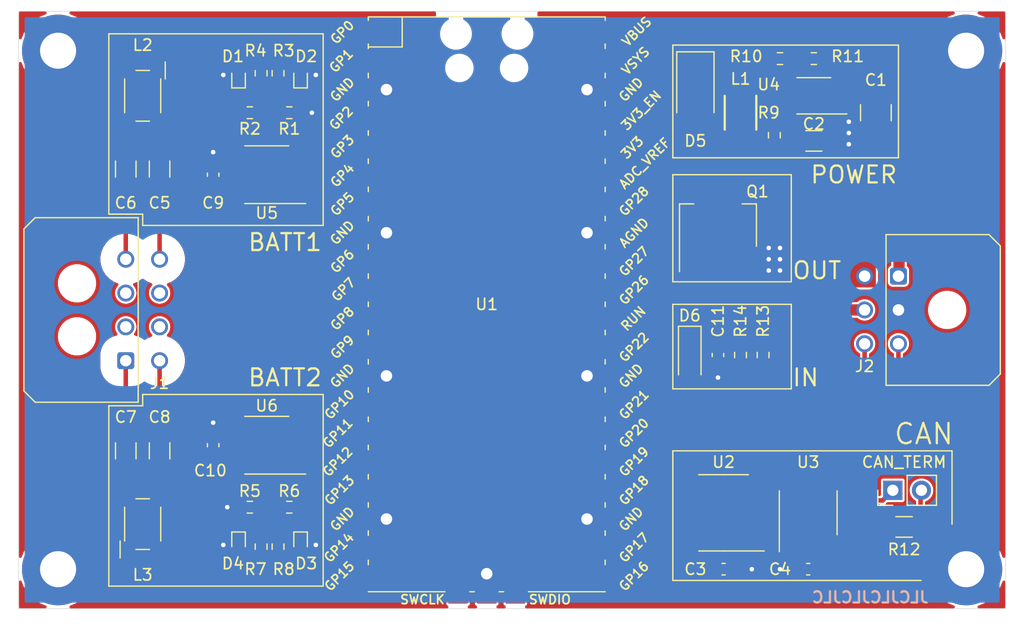
<source format=kicad_pcb>
(kicad_pcb (version 20171130) (host pcbnew 5.1.12-84ad8e8a86~92~ubuntu20.04.1)
  (layers (0 F.Cu signal) (31 B.Cu signal) (34 B.Paste user) (35 F.Paste user) (36 B.SilkS user) (37 F.SilkS user) (38 B.Mask user) (39 F.Mask user) (44 Edge.Cuts user))
  (net 0 "")
  (net 1 GND)
  (net 2 SPI_MISO)
  (net 3 SPI_CS)
  (net 4 SPI_CLK)
  (net 5 SPI_MOSI)
  (net 6 8Mhz)
  (net 7 CAN_INT)
  (net 8 +3V3)
  (net 9 RXCAN)
  (net 10 TXCAN)
  (net 11 +5V)
  (net 12 "Net-(D1-Pad1)")
  (net 13 +12V)
  (net 14 CANL)
  (net 15 CANH)
  (net 16 "Net-(J4-Pad2)")
  (net 17 "Net-(L1-Pad2)")
  (net 18 "Net-(D5-Pad1)")
  (net 19 "Net-(R9-Pad1)")
  (net 20 "Net-(R10-Pad2)")
  (net 21 "Net-(C5-Pad2)")
  (net 22 B1-)
  (net 23 "Net-(C6-Pad2)")
  (net 24 B1+)
  (net 25 "Net-(D2-Pad1)")
  (net 26 "Net-(L2-Pad2)")
  (net 27 "Net-(L2-Pad1)")
  (net 28 "Net-(C7-Pad2)")
  (net 29 B2-)
  (net 30 "Net-(C8-Pad2)")
  (net 31 B2+)
  (net 32 "Net-(D3-Pad1)")
  (net 33 "Net-(D4-Pad1)")
  (net 34 "Net-(L3-Pad2)")
  (net 35 "Net-(L3-Pad1)")
  (net 36 RXD_2)
  (net 37 RXE_2)
  (net 38 TXE_2)
  (net 39 TXD_2)
  (net 40 RXD_1)
  (net 41 RXE_1)
  (net 42 TXE_1)
  (net 43 TXD_1)
  (net 44 IN1)
  (net 45 OUT1)
  (net 46 OUT12_1)
  (net 47 IN12_1)
  (net 48 Rs)
  (module footprints:RPi_Pico_SMD_TH (layer F.Cu) (at 130.5 88)
    (fp_text reference U1 (at 0 0) (layer F.SilkS))
    (fp_text value Pico)
    (fp_text user SWDIO (at 5.6 26.2) (layer F.SilkS) (effects (font (size 0.8 0.8))))
    (fp_text user SWCLK (at -5.7 26.2) (layer F.SilkS) (effects (font (size 0.8 0.8))))
    (fp_text user AGND (at 13.054 -6.35 45) (layer F.SilkS) (effects (font (size 0.8 0.8))))
    (fp_text user GND (at 12.8 -19.05 45) (layer F.SilkS) (effects (font (size 0.8 0.8))))
    (fp_text user GND (at 12.8 6.35 45) (layer F.SilkS) (effects (font (size 0.8 0.8))))
    (fp_text user GND (at 12.8 19.05 45) (layer F.SilkS) (effects (font (size 0.8 0.8))))
    (fp_text user GND (at -12.8 19.05 45) (layer F.SilkS) (effects (font (size 0.8 0.8))))
    (fp_text user GND (at -12.8 6.35 45) (layer F.SilkS) (effects (font (size 0.8 0.8))))
    (fp_text user GND (at -12.8 -6.35 45) (layer F.SilkS) (effects (font (size 0.8 0.8))))
    (fp_text user GND (at -12.8 -19.05 45) (layer F.SilkS) (effects (font (size 0.8 0.8))))
    (fp_text user VBUS (at 13.3 -24.2 45) (layer F.SilkS) (effects (font (size 0.8 0.8))))
    (fp_text user VSYS (at 13.2 -21.59 45) (layer F.SilkS) (effects (font (size 0.8 0.8))))
    (fp_text user 3V3_EN (at 13.7 -17.2 45) (layer F.SilkS) (effects (font (size 0.8 0.8))))
    (fp_text user 3V3 (at 12.9 -13.9 45) (layer F.SilkS) (effects (font (size 0.8 0.8))))
    (fp_text user ADC_VREF (at 14 -12.5 45) (layer F.SilkS) (effects (font (size 0.8 0.8))))
    (fp_text user GP28 (at 13.054 -9.144 45) (layer F.SilkS) (effects (font (size 0.8 0.8))))
    (fp_text user GP27 (at 13.054 -3.8 45) (layer F.SilkS) (effects (font (size 0.8 0.8))))
    (fp_text user GP26 (at 13.054 -1.27 45) (layer F.SilkS) (effects (font (size 0.8 0.8))))
    (fp_text user RUN (at 13 1.27 45) (layer F.SilkS) (effects (font (size 0.8 0.8))))
    (fp_text user GP22 (at 13.054 3.81 45) (layer F.SilkS) (effects (font (size 0.8 0.8))))
    (fp_text user GP21 (at 13.054 8.9 45) (layer F.SilkS) (effects (font (size 0.8 0.8))))
    (fp_text user GP20 (at 13.054 11.43 45) (layer F.SilkS) (effects (font (size 0.8 0.8))))
    (fp_text user GP19 (at 13.054 13.97 45) (layer F.SilkS) (effects (font (size 0.8 0.8))))
    (fp_text user GP18 (at 13.054 16.51 45) (layer F.SilkS) (effects (font (size 0.8 0.8))))
    (fp_text user GP17 (at 13.054 21.59 45) (layer F.SilkS) (effects (font (size 0.8 0.8))))
    (fp_text user GP16 (at 13.054 24.13 45) (layer F.SilkS) (effects (font (size 0.8 0.8))))
    (fp_text user GP15 (at -13.054 24.13 45) (layer F.SilkS) (effects (font (size 0.8 0.8))))
    (fp_text user GP14 (at -13.1 21.59 45) (layer F.SilkS) (effects (font (size 0.8 0.8))))
    (fp_text user GP13 (at -13.054 16.51 45) (layer F.SilkS) (effects (font (size 0.8 0.8))))
    (fp_text user GP11 (at -13.2 11.43 45) (layer F.SilkS) (effects (font (size 0.8 0.8))))
    (fp_text user GP10 (at -13.054 8.89 45) (layer F.SilkS) (effects (font (size 0.8 0.8))))
    (fp_text user GP9 (at -12.8 3.81 45) (layer F.SilkS) (effects (font (size 0.8 0.8))))
    (fp_text user GP8 (at -12.8 1.27 45) (layer F.SilkS) (effects (font (size 0.8 0.8))))
    (fp_text user GP7 (at -12.7 -1.3 45) (layer F.SilkS) (effects (font (size 0.8 0.8))))
    (fp_text user GP6 (at -12.8 -3.81 45) (layer F.SilkS) (effects (font (size 0.8 0.8))))
    (fp_text user GP5 (at -12.8 -8.89 45) (layer F.SilkS) (effects (font (size 0.8 0.8))))
    (fp_text user GP4 (at -12.8 -11.43 45) (layer F.SilkS) (effects (font (size 0.8 0.8))))
    (fp_text user GP3 (at -12.8 -13.97 45) (layer F.SilkS) (effects (font (size 0.8 0.8))))
    (fp_text user GP0 (at -12.8 -24.13 45) (layer F.SilkS) (effects (font (size 0.8 0.8))))
    (fp_text user GP2 (at -12.9 -16.51 45) (layer F.SilkS) (effects (font (size 0.8 0.8))))
    (fp_text user GP1 (at -12.9 -21.6 45) (layer F.SilkS) (effects (font (size 0.8 0.8))))
    (fp_text user GP12 (at -13.208 13.97 45) (layer F.SilkS) (effects (font (size 0.8 0.8))))
    (pad 43 smd rect (at 2.54 23.9 90) (size 3.5 1.7) (drill (offset -0.9 0)) (layers F.Cu F.Mask))
    (pad 42 thru_hole rect (at 0 23.9) (size 1.7 1.7) (drill 1.02) (layers *.Cu *.Mask) (net 1 GND))
    (pad 42 smd rect (at 0 23.9 90) (size 3.5 1.7) (drill (offset -0.9 0)) (layers F.Cu F.Mask) (net 1 GND))
    (pad 41 smd rect (at -2.54 23.9 90) (size 3.5 1.7) (drill (offset -0.9 0)) (layers F.Cu F.Mask))
    (pad "" np_thru_hole oval (at 2.425 -20.97) (size 1.5 1.5) (drill 1.5) (layers *.Cu *.Mask))
    (pad "" np_thru_hole oval (at -2.425 -20.97) (size 1.5 1.5) (drill 1.5) (layers *.Cu *.Mask))
    (pad "" np_thru_hole oval (at 2.725 -24) (size 1.8 1.8) (drill 1.8) (layers *.Cu *.Mask))
    (pad "" np_thru_hole oval (at -2.725 -24) (size 1.8 1.8) (drill 1.8) (layers *.Cu *.Mask))
    (pad 21 smd rect (at 8.89 24.13) (size 3.5 1.7) (drill (offset 0.9 0)) (layers F.Cu F.Mask) (net 2 SPI_MISO))
    (pad 22 smd rect (at 8.89 21.59) (size 3.5 1.7) (drill (offset 0.9 0)) (layers F.Cu F.Mask) (net 3 SPI_CS))
    (pad 23 smd rect (at 8.89 19.05) (size 3.5 1.7) (drill (offset 0.9 0)) (layers F.Cu F.Mask) (net 1 GND))
    (pad 24 smd rect (at 8.89 16.51) (size 3.5 1.7) (drill (offset 0.9 0)) (layers F.Cu F.Mask) (net 4 SPI_CLK))
    (pad 25 smd rect (at 8.89 13.97) (size 3.5 1.7) (drill (offset 0.9 0)) (layers F.Cu F.Mask) (net 5 SPI_MOSI))
    (pad 26 smd rect (at 8.89 11.43) (size 3.5 1.7) (drill (offset 0.9 0)) (layers F.Cu F.Mask) (net 7 CAN_INT))
    (pad 27 smd rect (at 8.89 8.89) (size 3.5 1.7) (drill (offset 0.9 0)) (layers F.Cu F.Mask) (net 6 8Mhz))
    (pad 28 smd rect (at 8.89 6.35) (size 3.5 1.7) (drill (offset 0.9 0)) (layers F.Cu F.Mask) (net 1 GND))
    (pad 29 smd rect (at 8.89 3.81) (size 3.5 1.7) (drill (offset 0.9 0)) (layers F.Cu F.Mask) (net 48 Rs))
    (pad 30 smd rect (at 8.89 1.27) (size 3.5 1.7) (drill (offset 0.9 0)) (layers F.Cu F.Mask))
    (pad 31 smd rect (at 8.89 -1.27) (size 3.5 1.7) (drill (offset 0.9 0)) (layers F.Cu F.Mask) (net 44 IN1))
    (pad 32 smd rect (at 8.89 -3.81) (size 3.5 1.7) (drill (offset 0.9 0)) (layers F.Cu F.Mask) (net 45 OUT1))
    (pad 33 smd rect (at 8.89 -6.35) (size 3.5 1.7) (drill (offset 0.9 0)) (layers F.Cu F.Mask) (net 1 GND))
    (pad 34 smd rect (at 8.89 -8.89) (size 3.5 1.7) (drill (offset 0.9 0)) (layers F.Cu F.Mask))
    (pad 35 smd rect (at 8.89 -11.43) (size 3.5 1.7) (drill (offset 0.9 0)) (layers F.Cu F.Mask))
    (pad 36 smd rect (at 8.89 -13.97) (size 3.5 1.7) (drill (offset 0.9 0)) (layers F.Cu F.Mask) (net 8 +3V3))
    (pad 37 smd rect (at 8.89 -16.51) (size 3.5 1.7) (drill (offset 0.9 0)) (layers F.Cu F.Mask))
    (pad 38 smd rect (at 8.89 -19.05) (size 3.5 1.7) (drill (offset 0.9 0)) (layers F.Cu F.Mask) (net 1 GND))
    (pad 39 smd rect (at 8.89 -21.59) (size 3.5 1.7) (drill (offset 0.9 0)) (layers F.Cu F.Mask) (net 18 "Net-(D5-Pad1)"))
    (pad 40 smd rect (at 8.89 -24.13) (size 3.5 1.7) (drill (offset 0.9 0)) (layers F.Cu F.Mask))
    (pad 20 smd rect (at -8.89 24.13) (size 3.5 1.7) (drill (offset -0.9 0)) (layers F.Cu F.Mask))
    (pad 19 smd rect (at -8.89 21.59) (size 3.5 1.7) (drill (offset -0.9 0)) (layers F.Cu F.Mask))
    (pad 18 smd rect (at -8.89 19.05) (size 3.5 1.7) (drill (offset -0.9 0)) (layers F.Cu F.Mask) (net 1 GND))
    (pad 17 smd rect (at -8.89 16.51) (size 3.5 1.7) (drill (offset -0.9 0)) (layers F.Cu F.Mask) (net 36 RXD_2))
    (pad 16 smd rect (at -8.89 13.97) (size 3.5 1.7) (drill (offset -0.9 0)) (layers F.Cu F.Mask) (net 37 RXE_2))
    (pad 15 smd rect (at -8.89 11.43) (size 3.5 1.7) (drill (offset -0.9 0)) (layers F.Cu F.Mask) (net 38 TXE_2))
    (pad 14 smd rect (at -8.89 8.89) (size 3.5 1.7) (drill (offset -0.9 0)) (layers F.Cu F.Mask) (net 39 TXD_2))
    (pad 13 smd rect (at -8.89 6.35) (size 3.5 1.7) (drill (offset -0.9 0)) (layers F.Cu F.Mask) (net 1 GND))
    (pad 12 smd rect (at -8.89 3.81) (size 3.5 1.7) (drill (offset -0.9 0)) (layers F.Cu F.Mask))
    (pad 11 smd rect (at -8.89 1.27) (size 3.5 1.7) (drill (offset -0.9 0)) (layers F.Cu F.Mask))
    (pad 10 smd rect (at -8.89 -1.27) (size 3.5 1.7) (drill (offset -0.9 0)) (layers F.Cu F.Mask))
    (pad 9 smd rect (at -8.89 -3.81) (size 3.5 1.7) (drill (offset -0.9 0)) (layers F.Cu F.Mask))
    (pad 8 smd rect (at -8.89 -6.35) (size 3.5 1.7) (drill (offset -0.9 0)) (layers F.Cu F.Mask) (net 1 GND))
    (pad 7 smd rect (at -8.89 -8.89) (size 3.5 1.7) (drill (offset -0.9 0)) (layers F.Cu F.Mask) (net 40 RXD_1))
    (pad 6 smd rect (at -8.89 -11.43) (size 3.5 1.7) (drill (offset -0.9 0)) (layers F.Cu F.Mask) (net 41 RXE_1))
    (pad 5 smd rect (at -8.89 -13.97) (size 3.5 1.7) (drill (offset -0.9 0)) (layers F.Cu F.Mask) (net 42 TXE_1))
    (pad 4 smd rect (at -8.89 -16.51) (size 3.5 1.7) (drill (offset -0.9 0)) (layers F.Cu F.Mask) (net 43 TXD_1))
    (pad 3 smd rect (at -8.89 -19.05) (size 3.5 1.7) (drill (offset -0.9 0)) (layers F.Cu F.Mask) (net 1 GND))
    (pad 2 smd rect (at -8.89 -21.59) (size 3.5 1.7) (drill (offset -0.9 0)) (layers F.Cu F.Mask))
    (pad 1 smd rect (at -8.89 -24.13) (size 3.5 1.7) (drill (offset -0.9 0)) (layers F.Cu F.Mask))
    (pad 38 thru_hole rect (at 8.89 -19.05) (size 1.7 1.7) (drill 1.02) (layers *.Cu *.Mask) (net 1 GND))
    (pad 33 thru_hole rect (at 8.89 -6.35) (size 1.7 1.7) (drill 1.02) (layers *.Cu *.Mask) (net 1 GND))
    (pad 28 thru_hole rect (at 8.89 6.35) (size 1.7 1.7) (drill 1.02) (layers *.Cu *.Mask) (net 1 GND))
    (pad 23 thru_hole rect (at 8.89 19.05) (size 1.7 1.7) (drill 1.02) (layers *.Cu *.Mask) (net 1 GND))
    (pad 18 thru_hole rect (at -8.89 19.05) (size 1.7 1.7) (drill 1.02) (layers *.Cu *.Mask) (net 1 GND))
    (pad 13 thru_hole rect (at -8.89 6.35) (size 1.7 1.7) (drill 1.02) (layers *.Cu *.Mask) (net 1 GND))
    (pad 8 thru_hole rect (at -8.89 -6.35) (size 1.7 1.7) (drill 1.02) (layers *.Cu *.Mask) (net 1 GND))
    (pad 3 thru_hole rect (at -8.89 -19.05) (size 1.7 1.7) (drill 1.02) (layers *.Cu *.Mask) (net 1 GND))
  )
  (module Resistor_SMD:R_0603_1608Metric (layer F.Cu) (at 153 92.5 270)
    (fp_text reference R14 (at -3 0 270) (layer F.SilkS))
    (fp_text value 1k5)
    (pad 2 smd roundrect (at 0.825 0 270) (size 0.8 0.95) (layers F.Cu F.Paste F.Mask) (net 1 GND))
    (pad 1 smd roundrect (at -0.825 0 270) (size 0.8 0.95) (layers F.Cu F.Paste F.Mask) (net 44 IN1))
  )
  (module Resistor_SMD:R_0603_1608Metric (layer F.Cu) (at 155 92.5 90)
    (fp_text reference R13 (at 3 0 90) (layer F.SilkS))
    (fp_text value 4k7)
    (pad 1 smd roundrect (at -0.825 0 90) (size 0.8 0.95) (layers F.Cu F.Paste F.Mask) (net 47 IN12_1))
    (pad 2 smd roundrect (at 0.825 0 90) (size 0.8 0.95) (layers F.Cu F.Paste F.Mask) (net 44 IN1))
  )
  (module Package_TO_SOT_SMD:SOT-223 (layer F.Cu) (at 151 81 90)
    (fp_text reference Q1 (at 3 3.5 180) (layer F.SilkS))
    (fp_text value NCV8402xST)
    (pad 1 smd rect (at -3.15 -2.3 90) (size 2 1.5) (layers F.Cu F.Paste F.Mask) (net 45 OUT1))
    (pad 3 smd rect (at -3.15 2.3 90) (size 2 1.5) (layers F.Cu F.Paste F.Mask) (net 1 GND))
    (pad 2 smd rect (at -3.15 0 90) (size 2 1.5) (layers F.Cu F.Paste F.Mask) (net 46 OUT12_1))
    (pad 4 smd rect (at 3.15 0 90) (size 2 3.8) (layers F.Cu F.Paste F.Mask) (net 46 OUT12_1))
  )
  (module Diode_SMD:D_MiniMELF (layer F.Cu) (at 148.5 92.5 270)
    (fp_text reference D6 (at -3.5 0 180) (layer F.SilkS))
    (fp_text value 3v)
    (pad 2 smd rect (at 1.75 0 270) (size 1.3 1.7) (layers F.Cu F.Paste F.Mask) (net 1 GND))
    (pad 1 smd rect (at -1.75 0 270) (size 1.3 1.7) (layers F.Cu F.Paste F.Mask) (net 44 IN1))
  )
  (module Capacitor_SMD:C_0603_1608Metric (layer F.Cu) (at 151 92.5 270)
    (fp_text reference C11 (at -3 0 270) (layer F.SilkS))
    (fp_text value 470n)
    (pad 2 smd roundrect (at 0.775 0 270) (size 0.9 0.95) (layers F.Cu F.Paste F.Mask) (net 1 GND))
    (pad 1 smd roundrect (at -0.775 0 270) (size 0.9 0.95) (layers F.Cu F.Paste F.Mask) (net 44 IN1))
  )
  (module footprints:ACT45B-101-2P-TL003 (layer F.Cu) (at 100 107.5 90)
    (fp_text reference L3 (at -4.5 0 180) (layer F.SilkS))
    (fp_text value 22u)
    (pad 2 smd rect (at -2.275 1.25 90) (size 1.35 0.9) (layers F.Cu F.Paste F.Mask) (net 34 "Net-(L3-Pad2)"))
    (pad 3 smd rect (at 2.275 -1.25 90) (size 1.35 0.9) (layers F.Cu F.Paste F.Mask) (net 28 "Net-(C7-Pad2)"))
    (pad 1 smd rect (at -2.275 -1.25 90) (size 1.35 0.9) (layers F.Cu F.Paste F.Mask) (net 35 "Net-(L3-Pad1)"))
    (pad 4 smd rect (at 2.275 1.25 90) (size 1.35 0.9) (layers F.Cu F.Paste F.Mask) (net 30 "Net-(C8-Pad2)"))
  )
  (module footprints:ACT45B-101-2P-TL003 (layer F.Cu) (at 100 69.5 270)
    (fp_text reference L2 (at -4.5 0 180) (layer F.SilkS))
    (fp_text value 22u)
    (pad 2 smd rect (at -2.275 1.25 270) (size 1.35 0.9) (layers F.Cu F.Paste F.Mask) (net 26 "Net-(L2-Pad2)"))
    (pad 3 smd rect (at 2.275 -1.25 270) (size 1.35 0.9) (layers F.Cu F.Paste F.Mask) (net 21 "Net-(C5-Pad2)"))
    (pad 1 smd rect (at -2.275 -1.25 270) (size 1.35 0.9) (layers F.Cu F.Paste F.Mask) (net 27 "Net-(L2-Pad1)"))
    (pad 4 smd rect (at 2.275 1.25 270) (size 1.35 0.9) (layers F.Cu F.Paste F.Mask) (net 23 "Net-(C6-Pad2)"))
  )
  (module Capacitor_SMD:C_0603_1608Metric (layer F.Cu) (at 106.25 100.5 90)
    (fp_text reference C10 (at -2.25 -0.25 180) (layer F.SilkS))
    (fp_text value 100n)
    (pad 2 smd roundrect (at 0.775 0 90) (size 0.9 0.95) (layers F.Cu F.Paste F.Mask) (net 1 GND))
    (pad 1 smd roundrect (at -0.775 0 90) (size 0.9 0.95) (layers F.Cu F.Paste F.Mask) (net 8 +3V3))
  )
  (module Capacitor_SMD:C_0603_1608Metric (layer F.Cu) (at 106.25 76.5 90)
    (fp_text reference C9 (at -2.5 0 180) (layer F.SilkS))
    (fp_text value 100n)
    (pad 2 smd roundrect (at 0.775 0 90) (size 0.9 0.95) (layers F.Cu F.Paste F.Mask) (net 1 GND))
    (pad 1 smd roundrect (at -0.775 0 90) (size 0.9 0.95) (layers F.Cu F.Paste F.Mask) (net 8 +3V3))
  )
  (module Package_SO:SOP-8_3.9x4.9mm_P1.27mm (layer F.Cu) (at 111 100.5 180)
    (fp_text reference U6 (at 0 3.5) (layer F.SilkS))
    (fp_text value MAX3485)
    (pad 8 smd roundrect (at 2.625 -1.905 180) (size 1.65 0.6) (layers F.Cu F.Paste F.Mask) (net 8 +3V3))
    (pad 7 smd roundrect (at 2.625 -0.635 180) (size 1.65 0.6) (layers F.Cu F.Paste F.Mask) (net 33 "Net-(D4-Pad1)"))
    (pad 6 smd roundrect (at 2.625 0.635 180) (size 1.65 0.6) (layers F.Cu F.Paste F.Mask) (net 32 "Net-(D3-Pad1)"))
    (pad 5 smd roundrect (at 2.625 1.905 180) (size 1.65 0.6) (layers F.Cu F.Paste F.Mask) (net 1 GND))
    (pad 4 smd roundrect (at -2.625 1.905 180) (size 1.65 0.6) (layers F.Cu F.Paste F.Mask) (net 39 TXD_2))
    (pad 3 smd roundrect (at -2.625 0.635 180) (size 1.65 0.6) (layers F.Cu F.Paste F.Mask) (net 38 TXE_2))
    (pad 2 smd roundrect (at -2.625 -0.635 180) (size 1.65 0.6) (layers F.Cu F.Paste F.Mask) (net 37 RXE_2))
    (pad 1 smd roundrect (at -2.625 -1.905 180) (size 1.65 0.6) (layers F.Cu F.Paste F.Mask) (net 36 RXD_2))
  )
  (module Resistor_SMD:R_0603_1608Metric (layer F.Cu) (at 112 109.5 90)
    (fp_text reference R8 (at -2 0.5 180) (layer F.SilkS))
    (fp_text value 10)
    (pad 2 smd roundrect (at 0.825 0 90) (size 0.8 0.95) (layers F.Cu F.Paste F.Mask) (net 32 "Net-(D3-Pad1)"))
    (pad 1 smd roundrect (at -0.825 0 90) (size 0.8 0.95) (layers F.Cu F.Paste F.Mask) (net 35 "Net-(L3-Pad1)"))
  )
  (module Resistor_SMD:R_0603_1608Metric (layer F.Cu) (at 110.5 109.5 90)
    (fp_text reference R7 (at -2 -0.5 180) (layer F.SilkS))
    (fp_text value 10)
    (pad 2 smd roundrect (at 0.825 0 90) (size 0.8 0.95) (layers F.Cu F.Paste F.Mask) (net 33 "Net-(D4-Pad1)"))
    (pad 1 smd roundrect (at -0.825 0 90) (size 0.8 0.95) (layers F.Cu F.Paste F.Mask) (net 34 "Net-(L3-Pad2)"))
  )
  (module Resistor_SMD:R_0603_1608Metric (layer F.Cu) (at 113 106)
    (fp_text reference R6 (at 0 -1.43) (layer F.SilkS))
    (fp_text value 1k)
    (pad 2 smd roundrect (at 0.825 0) (size 0.8 0.95) (layers F.Cu F.Paste F.Mask) (net 8 +3V3))
    (pad 1 smd roundrect (at -0.825 0) (size 0.8 0.95) (layers F.Cu F.Paste F.Mask) (net 32 "Net-(D3-Pad1)"))
  )
  (module Resistor_SMD:R_0603_1608Metric (layer F.Cu) (at 109.5 106)
    (fp_text reference R5 (at 0 -1.43) (layer F.SilkS))
    (fp_text value 1k)
    (pad 2 smd roundrect (at 0.825 0) (size 0.8 0.95) (layers F.Cu F.Paste F.Mask) (net 33 "Net-(D4-Pad1)"))
    (pad 1 smd roundrect (at -0.825 0) (size 0.8 0.95) (layers F.Cu F.Paste F.Mask) (net 1 GND))
  )
  (module footprints:SOD882 (layer F.Cu) (at 108.5 109 270)
    (fp_text reference D4 (at 2 0.5 180) (layer F.SilkS))
    (fp_text value 5v)
    (pad 2 smd roundrect (at 0.35 0 270) (size 0.4 0.7) (layers F.Cu F.Paste F.Mask) (roundrect_rratio 0.125) (net 1 GND))
    (pad 1 smd roundrect (at -0.35 0 270) (size 0.4 0.7) (layers F.Cu F.Paste F.Mask) (roundrect_rratio 0.125) (net 33 "Net-(D4-Pad1)"))
  )
  (module footprints:SOD882 (layer F.Cu) (at 114 109 270)
    (fp_text reference D3 (at 2 -0.5 180) (layer F.SilkS))
    (fp_text value 5v)
    (pad 2 smd roundrect (at 0.35 0 270) (size 0.4 0.7) (layers F.Cu F.Paste F.Mask) (roundrect_rratio 0.125) (net 1 GND))
    (pad 1 smd roundrect (at -0.35 0 270) (size 0.4 0.7) (layers F.Cu F.Paste F.Mask) (roundrect_rratio 0.125) (net 32 "Net-(D3-Pad1)"))
  )
  (module Capacitor_SMD:C_1206_3216Metric (layer F.Cu) (at 101.5 101 270)
    (fp_text reference C8 (at -3 0 180) (layer F.SilkS))
    (fp_text value "1n 1000v")
    (pad 2 smd roundrect (at 1.475 0 270) (size 1.15 1.8) (layers F.Cu F.Paste F.Mask) (roundrect_rratio 0.2173904347826087) (net 30 "Net-(C8-Pad2)"))
    (pad 1 smd roundrect (at -1.475 0 270) (size 1.15 1.8) (layers F.Cu F.Paste F.Mask) (roundrect_rratio 0.2173904347826087) (net 29 B2-))
  )
  (module Capacitor_SMD:C_1206_3216Metric (layer F.Cu) (at 98.5 101 270)
    (fp_text reference C7 (at -3 0 180) (layer F.SilkS))
    (fp_text value "1n 1000v")
    (pad 2 smd roundrect (at 1.475 0 270) (size 1.15 1.8) (layers F.Cu F.Paste F.Mask) (roundrect_rratio 0.2173904347826087) (net 28 "Net-(C7-Pad2)"))
    (pad 1 smd roundrect (at -1.475 0 270) (size 1.15 1.8) (layers F.Cu F.Paste F.Mask) (roundrect_rratio 0.2173904347826087) (net 31 B2+))
  )
  (module Package_SO:SOP-8_3.9x4.9mm_P1.27mm (layer F.Cu) (at 111 76.5 180)
    (fp_text reference U5 (at 0 -3.4) (layer F.SilkS))
    (fp_text value MAX3485)
    (pad 8 smd roundrect (at 2.625 -1.905 180) (size 1.65 0.6) (layers F.Cu F.Paste F.Mask) (net 8 +3V3))
    (pad 7 smd roundrect (at 2.625 -0.635 180) (size 1.65 0.6) (layers F.Cu F.Paste F.Mask) (net 25 "Net-(D2-Pad1)"))
    (pad 6 smd roundrect (at 2.625 0.635 180) (size 1.65 0.6) (layers F.Cu F.Paste F.Mask) (net 12 "Net-(D1-Pad1)"))
    (pad 5 smd roundrect (at 2.625 1.905 180) (size 1.65 0.6) (layers F.Cu F.Paste F.Mask) (net 1 GND))
    (pad 4 smd roundrect (at -2.625 1.905 180) (size 1.65 0.6) (layers F.Cu F.Paste F.Mask) (net 43 TXD_1))
    (pad 3 smd roundrect (at -2.625 0.635 180) (size 1.65 0.6) (layers F.Cu F.Paste F.Mask) (net 42 TXE_1))
    (pad 2 smd roundrect (at -2.625 -0.635 180) (size 1.65 0.6) (layers F.Cu F.Paste F.Mask) (net 41 RXE_1))
    (pad 1 smd roundrect (at -2.625 -1.905 180) (size 1.65 0.6) (layers F.Cu F.Paste F.Mask) (net 40 RXD_1))
  )
  (module Resistor_SMD:R_0603_1608Metric (layer F.Cu) (at 110.5 67.5 270)
    (fp_text reference R4 (at -2 0.5 180) (layer F.SilkS))
    (fp_text value 10)
    (pad 2 smd roundrect (at 0.825 0 270) (size 0.8 0.95) (layers F.Cu F.Paste F.Mask) (net 12 "Net-(D1-Pad1)"))
    (pad 1 smd roundrect (at -0.825 0 270) (size 0.8 0.95) (layers F.Cu F.Paste F.Mask) (net 27 "Net-(L2-Pad1)"))
  )
  (module Resistor_SMD:R_0603_1608Metric (layer F.Cu) (at 112 67.5 270)
    (fp_text reference R3 (at -2 -0.5 180) (layer F.SilkS))
    (fp_text value 10)
    (pad 2 smd roundrect (at 0.825 0 270) (size 0.8 0.95) (layers F.Cu F.Paste F.Mask) (net 25 "Net-(D2-Pad1)"))
    (pad 1 smd roundrect (at -0.825 0 270) (size 0.8 0.95) (layers F.Cu F.Paste F.Mask) (net 26 "Net-(L2-Pad2)"))
  )
  (module Resistor_SMD:R_0603_1608Metric (layer F.Cu) (at 109.5 71 180)
    (fp_text reference R2 (at 0 -1.43) (layer F.SilkS))
    (fp_text value 1k)
    (pad 2 smd roundrect (at 0.825 0 180) (size 0.8 0.95) (layers F.Cu F.Paste F.Mask) (net 8 +3V3))
    (pad 1 smd roundrect (at -0.825 0 180) (size 0.8 0.95) (layers F.Cu F.Paste F.Mask) (net 12 "Net-(D1-Pad1)"))
  )
  (module Resistor_SMD:R_0603_1608Metric (layer F.Cu) (at 113 71 180)
    (fp_text reference R1 (at 0 -1.43) (layer F.SilkS))
    (fp_text value 1k)
    (pad 2 smd roundrect (at 0.825 0 180) (size 0.8 0.95) (layers F.Cu F.Paste F.Mask) (net 25 "Net-(D2-Pad1)"))
    (pad 1 smd roundrect (at -0.825 0 180) (size 0.8 0.95) (layers F.Cu F.Paste F.Mask) (net 1 GND))
  )
  (module footprints:SOD882 (layer F.Cu) (at 114 68 90)
    (fp_text reference D2 (at 2 0.5 180) (layer F.SilkS))
    (fp_text value 5v)
    (pad 2 smd roundrect (at 0.35 0 90) (size 0.4 0.7) (layers F.Cu F.Paste F.Mask) (roundrect_rratio 0.125) (net 1 GND))
    (pad 1 smd roundrect (at -0.35 0 90) (size 0.4 0.7) (layers F.Cu F.Paste F.Mask) (roundrect_rratio 0.125) (net 25 "Net-(D2-Pad1)"))
  )
  (module footprints:SOD882 (layer F.Cu) (at 108.5 68 90)
    (fp_text reference D1 (at 2 -0.5 180) (layer F.SilkS))
    (fp_text value 5v)
    (pad 2 smd roundrect (at 0.35 0 90) (size 0.4 0.7) (layers F.Cu F.Paste F.Mask) (roundrect_rratio 0.125) (net 1 GND))
    (pad 1 smd roundrect (at -0.35 0 90) (size 0.4 0.7) (layers F.Cu F.Paste F.Mask) (roundrect_rratio 0.125) (net 12 "Net-(D1-Pad1)"))
  )
  (module Capacitor_SMD:C_1206_3216Metric (layer F.Cu) (at 98.5 76 90)
    (fp_text reference C6 (at -3 0 180) (layer F.SilkS))
    (fp_text value "1n 1000v")
    (pad 2 smd roundrect (at 1.475 0 90) (size 1.15 1.8) (layers F.Cu F.Paste F.Mask) (roundrect_rratio 0.2173904347826087) (net 23 "Net-(C6-Pad2)"))
    (pad 1 smd roundrect (at -1.475 0 90) (size 1.15 1.8) (layers F.Cu F.Paste F.Mask) (roundrect_rratio 0.2173904347826087) (net 22 B1-))
  )
  (module Capacitor_SMD:C_1206_3216Metric (layer F.Cu) (at 101.5 76 90)
    (fp_text reference C5 (at -3 0 180) (layer F.SilkS))
    (fp_text value "1n 1000v")
    (pad 2 smd roundrect (at 1.475 0 90) (size 1.15 1.8) (layers F.Cu F.Paste F.Mask) (roundrect_rratio 0.2173904347826087) (net 21 "Net-(C5-Pad2)"))
    (pad 1 smd roundrect (at -1.475 0 90) (size 1.15 1.8) (layers F.Cu F.Paste F.Mask) (roundrect_rratio 0.2173904347826087) (net 24 B1+))
  )
  (module MountingHole:MountingHole_3.2mm_M3_Pad (layer F.Cu) (at 173 111.5)
    (fp_text reference H4 hide)
    (fp_text value MountingHole)
    (pad 1 thru_hole circle (at 0 0) (size 6.4 6.4) (drill 3.2) (layers *.Cu *.Mask) (net 1 GND))
  )
  (module MountingHole:MountingHole_3.2mm_M3_Pad (layer F.Cu) (at 92.5 111.5)
    (fp_text reference H3 hide)
    (fp_text value MountingHole)
    (pad 1 thru_hole circle (at 0 0) (size 6.4 6.4) (drill 3.2) (layers *.Cu *.Mask) (net 1 GND))
  )
  (module MountingHole:MountingHole_3.2mm_M3_Pad (layer F.Cu) (at 173 65.5)
    (fp_text reference H2 hide)
    (fp_text value MountingHole)
    (pad 1 thru_hole circle (at 0 0) (size 6.4 6.4) (drill 3.2) (layers *.Cu *.Mask) (net 1 GND))
  )
  (module MountingHole:MountingHole_3.2mm_M3_Pad (layer F.Cu) (at 92.5 65.5)
    (fp_text reference H1 hide)
    (fp_text value MountingHole)
    (pad 1 thru_hole circle (at 0 0) (size 6.4 6.4) (drill 3.2) (layers *.Cu *.Mask) (net 1 GND))
  )
  (module Connector_Molex:Molex_Micro-Fit_3.0_43045-0600_2x03_P3.00mm_Horizontal (layer F.Cu) (at 167 85.5 270)
    (fp_text reference J2 (at 8 3 180) (layer F.SilkS))
    (fp_text value Conn_02x03_Odd_Even)
    (pad 6 thru_hole circle (at 6 3 270) (size 1.5 1.5) (drill 1.02) (layers *.Cu *.Mask) (net 15 CANH))
    (pad 5 thru_hole circle (at 3 3 270) (size 1.5 1.5) (drill 1.02) (layers *.Cu *.Mask) (net 47 IN12_1))
    (pad 4 thru_hole circle (at 0 3 270) (size 1.5 1.5) (drill 1.02) (layers *.Cu *.Mask) (net 46 OUT12_1))
    (pad 3 thru_hole circle (at 6 0 270) (size 1.5 1.5) (drill 1.02) (layers *.Cu *.Mask) (net 14 CANL))
    (pad 2 thru_hole circle (at 3 0 270) (size 1.5 1.5) (drill 1.02) (layers *.Cu *.Mask) (net 1 GND))
    (pad 1 thru_hole roundrect (at 0 0 270) (size 1.5 1.5) (drill 1.02) (layers *.Cu *.Mask) (roundrect_rratio 0.1666666666666667) (net 13 +12V))
    (pad "" np_thru_hole circle (at 3 -4.32 270) (size 3 3) (drill 3) (layers *.Cu *.Mask))
  )
  (module Connector_Molex:Molex_Micro-Fit_3.0_43045-0800_2x04_P3.00mm_Horizontal (layer F.Cu) (at 98.5 93 90)
    (fp_text reference J1 (at -2 3 180) (layer F.SilkS))
    (fp_text value Conn_02x04_Odd_Even)
    (pad 8 thru_hole circle (at 9 3 90) (size 1.5 1.5) (drill 1.02) (layers *.Cu *.Mask) (net 24 B1+))
    (pad 7 thru_hole circle (at 6 3 90) (size 1.5 1.5) (drill 1.02) (layers *.Cu *.Mask))
    (pad 6 thru_hole circle (at 3 3 90) (size 1.5 1.5) (drill 1.02) (layers *.Cu *.Mask))
    (pad 5 thru_hole circle (at 0 3 90) (size 1.5 1.5) (drill 1.02) (layers *.Cu *.Mask) (net 29 B2-))
    (pad 4 thru_hole circle (at 9 0 90) (size 1.5 1.5) (drill 1.02) (layers *.Cu *.Mask) (net 22 B1-))
    (pad 3 thru_hole circle (at 6 0 90) (size 1.5 1.5) (drill 1.02) (layers *.Cu *.Mask))
    (pad 2 thru_hole circle (at 3 0 90) (size 1.5 1.5) (drill 1.02) (layers *.Cu *.Mask))
    (pad 1 thru_hole roundrect (at 0 0 90) (size 1.5 1.5) (drill 1.02) (layers *.Cu *.Mask) (roundrect_rratio 0.1666666666666667) (net 31 B2+))
    (pad "" np_thru_hole circle (at 6.86 -4.32 90) (size 3 3) (drill 3) (layers *.Cu *.Mask))
    (pad "" np_thru_hole circle (at 2.16 -4.32 90) (size 3 3) (drill 3) (layers *.Cu *.Mask))
  )
  (module footprints:1227ASH100MP2 (layer F.Cu) (at 153 71 90)
    (fp_text reference L1 (at 3 0 180) (layer F.SilkS))
    (fp_text value 2.2u hide)
    (pad 2 smd rect (at 1.35 0 90) (size 0.9 1.2) (layers F.Cu F.Paste F.Mask) (net 17 "Net-(L1-Pad2)"))
    (pad 1 smd rect (at -1.35 0 90) (size 0.9 1.2) (layers F.Cu F.Paste F.Mask) (net 11 +5V))
  )
  (module Resistor_SMD:R_1206_3216Metric (layer F.Cu) (at 167.5 107.75 180)
    (fp_text reference R12 (at 0 -2) (layer F.SilkS))
    (fp_text value 120)
    (pad 1 smd roundrect (at -1.4625 0 180) (size 1.125 1.75) (layers F.Cu F.Paste F.Mask) (roundrect_rratio 0.2222195555555556) (net 16 "Net-(J4-Pad2)"))
    (pad 2 smd roundrect (at 1.4625 0 180) (size 1.125 1.75) (layers F.Cu F.Paste F.Mask) (roundrect_rratio 0.2222195555555556) (net 15 CANH))
  )
  (module Connector_PinHeader_2.54mm:PinHeader_1x02_P2.54mm_Vertical (layer F.Cu) (at 166.5 104.5 90)
    (fp_text reference J4 hide)
    (fp_text value CAN_TERM (at 2.5 1 180) (layer F.SilkS))
    (pad 1 thru_hole rect (at 0 0 90) (size 1.7 1.7) (drill 1) (layers *.Cu *.Mask) (net 14 CANL))
    (pad 2 thru_hole oval (at 0 2.54 90) (size 1.7 1.7) (drill 1) (layers *.Cu *.Mask) (net 16 "Net-(J4-Pad2)"))
  )
  (module Capacitor_SMD:C_1206_3216Metric (layer F.Cu) (at 159.5 73.5)
    (fp_text reference C2 (at 0 -1.5) (layer F.SilkS))
    (fp_text value 22u)
    (pad 2 smd roundrect (at 1.475 0) (size 1.15 1.8) (layers F.Cu F.Paste F.Mask) (roundrect_rratio 0.2173904347826087) (net 1 GND))
    (pad 1 smd roundrect (at -1.475 0) (size 1.15 1.8) (layers F.Cu F.Paste F.Mask) (roundrect_rratio 0.2173904347826087) (net 11 +5V))
  )
  (module Package_SO:MSOP-8_3x3mm_P0.65mm (layer F.Cu) (at 159.5 69.5 180)
    (fp_text reference U4 (at 4 1 180) (layer F.SilkS))
    (fp_text value TPS62160DGK)
    (pad 8 smd roundrect (at 2.1125 -0.975 180) (size 1.625 0.4) (layers F.Cu F.Paste F.Mask) (net 19 "Net-(R9-Pad1)"))
    (pad 7 smd roundrect (at 2.1125 -0.325 180) (size 1.625 0.4) (layers F.Cu F.Paste F.Mask) (net 17 "Net-(L1-Pad2)"))
    (pad 6 smd roundrect (at 2.1125 0.325 180) (size 1.625 0.4) (layers F.Cu F.Paste F.Mask) (net 11 +5V))
    (pad 5 smd roundrect (at 2.1125 0.975 180) (size 1.625 0.4) (layers F.Cu F.Paste F.Mask) (net 20 "Net-(R10-Pad2)"))
    (pad 4 smd roundrect (at -2.1125 0.975 180) (size 1.625 0.4) (layers F.Cu F.Paste F.Mask) (net 1 GND))
    (pad 3 smd roundrect (at -2.1125 0.325 180) (size 1.625 0.4) (layers F.Cu F.Paste F.Mask) (net 13 +12V))
    (pad 2 smd roundrect (at -2.1125 -0.325 180) (size 1.625 0.4) (layers F.Cu F.Paste F.Mask) (net 13 +12V))
    (pad 1 smd roundrect (at -2.1125 -0.975 180) (size 1.625 0.4) (layers F.Cu F.Paste F.Mask) (net 1 GND))
  )
  (module Resistor_SMD:R_0603_1608Metric (layer F.Cu) (at 159.5 66.2)
    (fp_text reference R11 (at 3 -0.2) (layer F.SilkS))
    (fp_text value 47k)
    (pad 2 smd roundrect (at 0.825 0) (size 0.8 0.95) (layers F.Cu F.Paste F.Mask) (net 1 GND))
    (pad 1 smd roundrect (at -0.825 0) (size 0.8 0.95) (layers F.Cu F.Paste F.Mask) (net 20 "Net-(R10-Pad2)"))
  )
  (module Resistor_SMD:R_0603_1608Metric (layer F.Cu) (at 156.5 66.2)
    (fp_text reference R10 (at -3 -0.2) (layer F.SilkS))
    (fp_text value 220k)
    (pad 2 smd roundrect (at 0.825 0) (size 0.8 0.95) (layers F.Cu F.Paste F.Mask) (net 20 "Net-(R10-Pad2)"))
    (pad 1 smd roundrect (at -0.825 0) (size 0.8 0.95) (layers F.Cu F.Paste F.Mask) (net 11 +5V))
  )
  (module Resistor_SMD:R_0603_1608Metric (layer F.Cu) (at 156 73 270)
    (fp_text reference R9 (at -2 0.5) (layer F.SilkS))
    (fp_text value 100k)
    (pad 2 smd roundrect (at 0.825 0 270) (size 0.8 0.95) (layers F.Cu F.Paste F.Mask) (net 11 +5V))
    (pad 1 smd roundrect (at -0.825 0 270) (size 0.8 0.95) (layers F.Cu F.Paste F.Mask) (net 19 "Net-(R9-Pad1)"))
  )
  (module Capacitor_SMD:C_1210_3225Metric (layer F.Cu) (at 165 71 270)
    (fp_text reference C1 (at -2.9 0 180) (layer F.SilkS))
    (fp_text value 10u)
    (pad 2 smd roundrect (at 1.475 0 270) (size 1.15 2.7) (layers F.Cu F.Paste F.Mask) (roundrect_rratio 0.2173904347826087) (net 1 GND))
    (pad 1 smd roundrect (at -1.475 0 270) (size 1.15 2.7) (layers F.Cu F.Paste F.Mask) (roundrect_rratio 0.2173904347826087) (net 13 +12V))
  )
  (module Capacitor_SMD:C_0603_1608Metric (layer F.Cu) (at 159 111.5 180)
    (fp_text reference C4 (at 2.5 0) (layer F.SilkS))
    (fp_text value 100n)
    (pad 2 smd roundrect (at 0.775 0 180) (size 0.9 0.95) (layers F.Cu F.Paste F.Mask) (net 1 GND))
    (pad 1 smd roundrect (at -0.775 0 180) (size 0.9 0.95) (layers F.Cu F.Paste F.Mask) (net 8 +3V3))
  )
  (module Capacitor_SMD:C_0603_1608Metric (layer F.Cu) (at 151.5 111.5)
    (fp_text reference C3 (at -2.5 0 180) (layer F.SilkS))
    (fp_text value 100n)
    (pad 2 smd roundrect (at 0.775 0) (size 0.9 0.95) (layers F.Cu F.Paste F.Mask) (net 1 GND))
    (pad 1 smd roundrect (at -0.775 0) (size 0.9 0.95) (layers F.Cu F.Paste F.Mask) (net 8 +3V3))
  )
  (module Package_SO:SOIC-8_3.9x4.9mm_P1.27mm (layer F.Cu) (at 159 106.5 90)
    (fp_text reference U3 (at 4.5 0 180) (layer F.SilkS))
    (fp_text value SN65HVD230)
    (pad 8 smd roundrect (at 2.475 -1.905 90) (size 1.95 0.6) (layers F.Cu F.Paste F.Mask) (net 48 Rs))
    (pad 7 smd roundrect (at 2.475 -0.635 90) (size 1.95 0.6) (layers F.Cu F.Paste F.Mask) (net 15 CANH))
    (pad 6 smd roundrect (at 2.475 0.635 90) (size 1.95 0.6) (layers F.Cu F.Paste F.Mask) (net 14 CANL))
    (pad 5 smd roundrect (at 2.475 1.905 90) (size 1.95 0.6) (layers F.Cu F.Paste F.Mask))
    (pad 4 smd roundrect (at -2.475 1.905 90) (size 1.95 0.6) (layers F.Cu F.Paste F.Mask) (net 9 RXCAN))
    (pad 3 smd roundrect (at -2.475 0.635 90) (size 1.95 0.6) (layers F.Cu F.Paste F.Mask) (net 8 +3V3))
    (pad 2 smd roundrect (at -2.475 -0.635 90) (size 1.95 0.6) (layers F.Cu F.Paste F.Mask) (net 1 GND))
    (pad 1 smd roundrect (at -2.475 -1.905 90) (size 1.95 0.6) (layers F.Cu F.Paste F.Mask) (net 10 TXCAN))
  )
  (module Package_SO:TSSOP-20_4.4x6.5mm_P0.65mm (layer F.Cu) (at 151.5 106.5 180)
    (fp_text reference U2 (at 0 4.5 180) (layer F.SilkS))
    (fp_text value MCP2515-xST)
    (pad 20 smd roundrect (at 2.8625 -2.925 180) (size 1.475 0.4) (layers F.Cu F.Paste F.Mask) (net 8 +3V3))
    (pad 19 smd roundrect (at 2.8625 -2.275 180) (size 1.475 0.4) (layers F.Cu F.Paste F.Mask) (net 8 +3V3))
    (pad 18 smd roundrect (at 2.8625 -1.625 180) (size 1.475 0.4) (layers F.Cu F.Paste F.Mask) (net 3 SPI_CS))
    (pad 17 smd roundrect (at 2.8625 -0.975 180) (size 1.475 0.4) (layers F.Cu F.Paste F.Mask) (net 2 SPI_MISO))
    (pad 16 smd roundrect (at 2.8625 -0.325 180) (size 1.475 0.4) (layers F.Cu F.Paste F.Mask) (net 5 SPI_MOSI))
    (pad 15 smd roundrect (at 2.8625 0.325 180) (size 1.475 0.4) (layers F.Cu F.Paste F.Mask))
    (pad 14 smd roundrect (at 2.8625 0.975 180) (size 1.475 0.4) (layers F.Cu F.Paste F.Mask) (net 4 SPI_CLK))
    (pad 13 smd roundrect (at 2.8625 1.625 180) (size 1.475 0.4) (layers F.Cu F.Paste F.Mask) (net 7 CAN_INT))
    (pad 12 smd roundrect (at 2.8625 2.275 180) (size 1.475 0.4) (layers F.Cu F.Paste F.Mask))
    (pad 11 smd roundrect (at 2.8625 2.925 180) (size 1.475 0.4) (layers F.Cu F.Paste F.Mask))
    (pad 10 smd roundrect (at -2.8625 2.925 180) (size 1.475 0.4) (layers F.Cu F.Paste F.Mask) (net 1 GND))
    (pad 9 smd roundrect (at -2.8625 2.275 180) (size 1.475 0.4) (layers F.Cu F.Paste F.Mask) (net 6 8Mhz))
    (pad 8 smd roundrect (at -2.8625 1.625 180) (size 1.475 0.4) (layers F.Cu F.Paste F.Mask))
    (pad 7 smd roundrect (at -2.8625 0.975 180) (size 1.475 0.4) (layers F.Cu F.Paste F.Mask))
    (pad 6 smd roundrect (at -2.8625 0.325 180) (size 1.475 0.4) (layers F.Cu F.Paste F.Mask))
    (pad 5 smd roundrect (at -2.8625 -0.325 180) (size 1.475 0.4) (layers F.Cu F.Paste F.Mask))
    (pad 4 smd roundrect (at -2.8625 -0.975 180) (size 1.475 0.4) (layers F.Cu F.Paste F.Mask))
    (pad 3 smd roundrect (at -2.8625 -1.625 180) (size 1.475 0.4) (layers F.Cu F.Paste F.Mask))
    (pad 2 smd roundrect (at -2.8625 -2.275 180) (size 1.475 0.4) (layers F.Cu F.Paste F.Mask) (net 9 RXCAN))
    (pad 1 smd roundrect (at -2.8625 -2.925 180) (size 1.475 0.4) (layers F.Cu F.Paste F.Mask) (net 10 TXCAN))
  )
  (module Diode_SMD:D_SMA (layer F.Cu) (at 149 69 270)
    (fp_text reference D5 (at 4.5 0 180) (layer F.SilkS))
    (fp_text value SS54)
    (pad 1 smd rect (at -2 0 270) (size 2.5 1.8) (layers F.Cu F.Paste F.Mask) (net 18 "Net-(D5-Pad1)"))
    (pad 2 smd rect (at 2 0 270) (size 2.5 1.8) (layers F.Cu F.Paste F.Mask) (net 11 +5V))
  )
  (gr_text IN (at 157.5 94.5) (layer F.SilkS) (effects (font (size 1.5 1.5) (thickness 0.2)) (justify left)))
  (gr_text OUT (at 157.5 85) (layer F.SilkS) (effects (font (size 1.5 1.5) (thickness 0.2)) (justify left)))
  (gr_line (start 147 88) (end 147 95.5) (layer F.SilkS) (width 0.12))
  (gr_line (start 157.5 88) (end 147 88) (layer F.SilkS) (width 0.12))
  (gr_line (start 157.5 95.5) (end 157.5 88) (layer F.SilkS) (width 0.12))
  (gr_line (start 147 95.5) (end 157.5 95.5) (layer F.SilkS) (width 0.12))
  (gr_line (start 147 76.5) (end 147 86) (layer F.SilkS) (width 0.12))
  (gr_line (start 157.5 76.5) (end 147 76.5) (layer F.SilkS) (width 0.12))
  (gr_line (start 157.5 86) (end 157.5 76.5) (layer F.SilkS) (width 0.12))
  (gr_line (start 147 86) (end 157.5 86) (layer F.SilkS) (width 0.12))
  (gr_text BATT2 (at 116 94.5) (layer F.SilkS) (effects (font (size 1.5 1.5) (thickness 0.2)) (justify right)))
  (gr_text BATT1 (at 116 82.5) (layer F.SilkS) (effects (font (size 1.5 1.5) (thickness 0.2)) (justify right)))
  (gr_line (start 116 96) (end 116 113) (layer F.SilkS) (width 0.12))
  (gr_line (start 100 96) (end 116 96) (layer F.SilkS) (width 0.12))
  (gr_line (start 100 97) (end 100 96) (layer F.SilkS) (width 0.12))
  (gr_line (start 97 97) (end 100 97) (layer F.SilkS) (width 0.12))
  (gr_line (start 97 113) (end 97 97) (layer F.SilkS) (width 0.12))
  (gr_line (start 116 113) (end 97 113) (layer F.SilkS) (width 0.12))
  (gr_line (start 100 80) (end 97 80) (layer F.SilkS) (width 0.12))
  (gr_line (start 100 81) (end 100 80) (layer F.SilkS) (width 0.12))
  (gr_line (start 116 81) (end 100 81) (layer F.SilkS) (width 0.12))
  (gr_line (start 116 64) (end 116 81) (layer F.SilkS) (width 0.12))
  (gr_line (start 97 64) (end 116 64) (layer F.SilkS) (width 0.12))
  (gr_line (start 97 80) (end 97 64) (layer F.SilkS) (width 0.12))
  (gr_text CAN (at 166.5 99.5) (layer F.SilkS) (effects (font (size 1.8 1.8) (thickness 0.2)) (justify left)))
  (gr_line (start 147 112.5) (end 147 101) (layer F.SilkS) (width 0.12))
  (gr_line (start 169 112.5) (end 147 112.5) (layer F.SilkS) (width 0.12))
  (gr_line (start 171.75 101) (end 171.75 107.5) (layer F.SilkS) (width 0.12))
  (gr_line (start 147 101) (end 171.75 101) (layer F.SilkS) (width 0.12))
  (gr_text POWER (at 167 76.5) (layer F.SilkS) (effects (font (size 1.5 1.5) (thickness 0.2)) (justify right)))
  (gr_line (start 147 75) (end 147 65) (layer F.SilkS) (width 0.12))
  (gr_line (start 167 75) (end 147 75) (layer F.SilkS) (width 0.12))
  (gr_line (start 167 65) (end 167 75) (layer F.SilkS) (width 0.12))
  (gr_line (start 147 65) (end 167 65) (layer F.SilkS) (width 0.12))
  (gr_text JLCJLCJLCJLC (at 164.5 114) (layer B.SilkS) (effects (font (size 1 1) (thickness 0.2)) (justify mirror)))
  (gr_line (start 89 115) (end 89 62) (layer Edge.Cuts) (width 0.05))
  (gr_line (start 176.5 115) (end 89 115) (layer Edge.Cuts) (width 0.05))
  (gr_line (start 176.5 62) (end 176.5 115) (layer Edge.Cuts) (width 0.05))
  (gr_line (start 89 62) (end 176.5 62) (layer Edge.Cuts) (width 0.05))
  (via (at 151 94.5) (size 0.8) (drill 0.4) (layers F.Cu B.Cu) (net 1))
  (via (at 162.6 71.8) (size 0.8) (drill 0.4) (layers F.Cu B.Cu) (net 1))
  (via (at 162.6 72.8) (size 0.8) (drill 0.4) (layers F.Cu B.Cu) (net 1))
  (segment (start 161.425 68.475) (end 161.4 68.5) (width 0.4) (layer F.Cu) (net 1))
  (via (at 162.6 73.8) (size 0.8) (drill 0.4) (layers F.Cu B.Cu) (net 1))
  (segment (start 158.365 111.36) (end 158.225 111.5) (width 0.4) (layer F.Cu) (net 1))
  (segment (start 158.365 108.975) (end 158.365 111.36) (width 0.4) (layer F.Cu) (net 1))
  (segment (start 152.275 104.867876) (end 153.567876 103.575) (width 0.4) (layer F.Cu) (net 1))
  (segment (start 153.567876 103.575) (end 154.3625 103.575) (width 0.4) (layer F.Cu) (net 1))
  (segment (start 152.275 111.5) (end 152.275 104.867876) (width 0.4) (layer F.Cu) (net 1))
  (via (at 154 111.5) (size 0.8) (drill 0.4) (layers F.Cu B.Cu) (net 1))
  (segment (start 152.275 111.5) (end 154 111.5) (width 0.4) (layer F.Cu) (net 1))
  (via (at 156.5 111.5) (size 0.8) (drill 0.4) (layers F.Cu B.Cu) (net 1))
  (segment (start 158.225 111.5) (end 156.5 111.5) (width 0.4) (layer F.Cu) (net 1))
  (via (at 107.15 67.65) (size 0.8) (drill 0.4) (layers F.Cu B.Cu) (net 1))
  (via (at 115.35 67.65) (size 0.8) (drill 0.4) (layers F.Cu B.Cu) (net 1))
  (via (at 107.15 109.35) (size 0.8) (drill 0.4) (layers F.Cu B.Cu) (net 1))
  (via (at 115.35 109.35) (size 0.8) (drill 0.4) (layers F.Cu B.Cu) (net 1))
  (via (at 107.5 106) (size 0.8) (drill 0.4) (layers F.Cu B.Cu) (net 1))
  (via (at 115 71) (size 0.8) (drill 0.4) (layers F.Cu B.Cu) (net 1))
  (segment (start 108.675 106) (end 107.5 106) (width 0.4) (layer F.Cu) (net 1))
  (segment (start 108.5 109.35) (end 107.15 109.35) (width 0.4) (layer F.Cu) (net 1))
  (segment (start 114 109.35) (end 115.35 109.35) (width 0.4) (layer F.Cu) (net 1))
  (segment (start 108.5 67.65) (end 107.15 67.65) (width 0.4) (layer F.Cu) (net 1))
  (segment (start 114 67.65) (end 115.35 67.65) (width 0.4) (layer F.Cu) (net 1))
  (segment (start 113.825 71) (end 115 71) (width 0.4) (layer F.Cu) (net 1))
  (via (at 106.25 98.5) (size 0.8) (drill 0.4) (layers F.Cu B.Cu) (net 1))
  (segment (start 106.25 99.725) (end 106.25 98.5) (width 0.4) (layer F.Cu) (net 1))
  (segment (start 106.345 98.595) (end 106.25 98.5) (width 0.4) (layer F.Cu) (net 1))
  (segment (start 108.375 98.595) (end 106.345 98.595) (width 0.4) (layer F.Cu) (net 1))
  (via (at 106.25 74.5) (size 0.8) (drill 0.4) (layers F.Cu B.Cu) (net 1))
  (segment (start 106.25 75.725) (end 106.25 74.5) (width 0.4) (layer F.Cu) (net 1))
  (segment (start 106.345 74.595) (end 106.25 74.5) (width 0.4) (layer F.Cu) (net 1))
  (segment (start 108.375 74.595) (end 106.345 74.595) (width 0.4) (layer F.Cu) (net 1))
  (segment (start 149.425 93.325) (end 148.5 94.25) (width 1) (layer F.Cu) (net 1))
  (segment (start 153 93.325) (end 149.425 93.325) (width 1) (layer F.Cu) (net 1))
  (via (at 156.5 83) (size 0.8) (drill 0.4) (layers F.Cu B.Cu) (net 1))
  (via (at 155.5 83) (size 0.8) (drill 0.4) (layers F.Cu B.Cu) (net 1))
  (via (at 155.5 84) (size 0.8) (drill 0.4) (layers F.Cu B.Cu) (net 1))
  (via (at 155.5 85) (size 0.8) (drill 0.4) (layers F.Cu B.Cu) (net 1))
  (via (at 156.5 85) (size 0.8) (drill 0.4) (layers F.Cu B.Cu) (net 1))
  (via (at 156.5 84) (size 0.8) (drill 0.4) (layers F.Cu B.Cu) (net 1))
  (segment (start 151 94.5) (end 151 93.275) (width 1) (layer F.Cu) (net 1))
  (segment (start 138.139999 105.879999) (end 138.219999 105.799999) (width 0.4) (layer F.Cu) (net 2))
  (segment (start 138.139999 110.879999) (end 138.139999 105.879999) (width 0.4) (layer F.Cu) (net 2))
  (segment (start 139.39 112.13) (end 138.139999 110.879999) (width 0.4) (layer F.Cu) (net 2))
  (segment (start 144.975 107.475) (end 143.299999 105.799999) (width 0.4) (layer F.Cu) (net 2))
  (segment (start 148.6375 107.475) (end 144.975 107.475) (width 0.4) (layer F.Cu) (net 2))
  (segment (start 138.219999 105.799999) (end 143.299999 105.799999) (width 0.4) (layer F.Cu) (net 2))
  (segment (start 143.41 109.59) (end 144.875 108.125) (width 0.4) (layer F.Cu) (net 3))
  (segment (start 139.39 109.59) (end 143.41 109.59) (width 0.4) (layer F.Cu) (net 3))
  (segment (start 148.6375 108.125) (end 144.875 108.125) (width 0.4) (layer F.Cu) (net 3))
  (segment (start 142.839333 100.719999) (end 147.644334 105.525) (width 0.4) (layer F.Cu) (net 4))
  (segment (start 138.219999 100.719999) (end 142.839333 100.719999) (width 0.4) (layer F.Cu) (net 4))
  (segment (start 138.139999 100.799999) (end 138.219999 100.719999) (width 0.4) (layer F.Cu) (net 4))
  (segment (start 138.139999 103.259999) (end 138.139999 100.799999) (width 0.4) (layer F.Cu) (net 4))
  (segment (start 147.644334 105.525) (end 148.6375 105.525) (width 0.4) (layer F.Cu) (net 4))
  (segment (start 139.39 104.51) (end 138.139999 103.259999) (width 0.4) (layer F.Cu) (net 4))
  (segment (start 147.825 106.825) (end 148.6375 106.825) (width 0.4) (layer F.Cu) (net 5))
  (segment (start 142.97 101.97) (end 147.825 106.825) (width 0.4) (layer F.Cu) (net 5))
  (segment (start 139.39 101.97) (end 142.97 101.97) (width 0.4) (layer F.Cu) (net 5))
  (segment (start 139.39 96.89) (end 142.89 96.89) (width 0.4) (layer F.Cu) (net 6))
  (segment (start 142.89 96.89) (end 148 102) (width 0.4) (layer F.Cu) (net 6))
  (segment (start 155.50001 103.882114) (end 155.157124 104.225) (width 0.4) (layer F.Cu) (net 6))
  (segment (start 155.50001 102.50001) (end 155.50001 103.882114) (width 0.4) (layer F.Cu) (net 6))
  (segment (start 155.157124 104.225) (end 154.3625 104.225) (width 0.4) (layer F.Cu) (net 6))
  (segment (start 155 102) (end 155.50001 102.50001) (width 0.4) (layer F.Cu) (net 6))
  (segment (start 148 102) (end 155 102) (width 0.4) (layer F.Cu) (net 6))
  (segment (start 142.397876 99.43) (end 139.39 99.43) (width 0.4) (layer F.Cu) (net 7))
  (segment (start 147.842876 104.875) (end 142.397876 99.43) (width 0.4) (layer F.Cu) (net 7))
  (segment (start 148.6375 104.875) (end 147.842876 104.875) (width 0.4) (layer F.Cu) (net 7))
  (segment (start 159.635 111.36) (end 159.775 111.5) (width 0.4) (layer F.Cu) (net 8))
  (segment (start 159.635 108.975) (end 159.635 111.36) (width 0.4) (layer F.Cu) (net 8))
  (segment (start 160.905 108) (end 160.905 108.975) (width 0.4) (layer F.Cu) (net 9))
  (segment (start 160.50499 107.59999) (end 160.905 108) (width 0.4) (layer F.Cu) (net 9))
  (segment (start 156.551468 107.59999) (end 160.50499 107.59999) (width 0.4) (layer F.Cu) (net 9))
  (segment (start 155.376458 108.775) (end 156.551468 107.59999) (width 0.4) (layer F.Cu) (net 9))
  (segment (start 154.3625 108.775) (end 155.376458 108.775) (width 0.4) (layer F.Cu) (net 9))
  (segment (start 157.095 108.975) (end 156.025 108.975) (width 0.4) (layer F.Cu) (net 10))
  (segment (start 155.575 109.425) (end 154.3625 109.425) (width 0.4) (layer F.Cu) (net 10))
  (segment (start 156.025 108.975) (end 155.575 109.425) (width 0.4) (layer F.Cu) (net 10))
  (segment (start 155.775 66.2) (end 155.775 68.775) (width 0.4) (layer F.Cu) (net 11))
  (segment (start 156.175 69.175) (end 157.3875 69.175) (width 0.4) (layer F.Cu) (net 11))
  (segment (start 155.775 68.775) (end 156.175 69.175) (width 0.4) (layer F.Cu) (net 11))
  (segment (start 110.475 68.35) (end 110.5 68.325) (width 0.4) (layer F.Cu) (net 12))
  (segment (start 108.5 68.35) (end 110.475 68.35) (width 0.4) (layer F.Cu) (net 12))
  (segment (start 110.325 68.5) (end 110.5 68.325) (width 0.4) (layer F.Cu) (net 12))
  (segment (start 110.325 71) (end 110.325 68.5) (width 0.4) (layer F.Cu) (net 12))
  (segment (start 108.375 75.865) (end 109.635 75.865) (width 0.4) (layer F.Cu) (net 12))
  (segment (start 110.325 75.175) (end 110.325 71) (width 0.4) (layer F.Cu) (net 12))
  (segment (start 109.635 75.865) (end 110.325 75.175) (width 0.4) (layer F.Cu) (net 12))
  (segment (start 165 69.525) (end 161.025 69.525) (width 1) (layer F.Cu) (net 13))
  (segment (start 167.05001 70.513317) (end 166.0117 69.475007) (width 1) (layer F.Cu) (net 13))
  (segment (start 167.05001 85.44999) (end 167 85.5) (width 1) (layer F.Cu) (net 13))
  (segment (start 167.05001 70.513317) (end 167.05001 85.44999) (width 1) (layer F.Cu) (net 13))
  (segment (start 165.59999 105.40001) (end 166.5 104.5) (width 0.4) (layer F.Cu) (net 14))
  (segment (start 160.03501 105.40001) (end 165.59999 105.40001) (width 0.4) (layer F.Cu) (net 14))
  (segment (start 159.635 105) (end 160.03501 105.40001) (width 0.4) (layer F.Cu) (net 14))
  (segment (start 159.635 104.025) (end 159.635 105) (width 0.4) (layer F.Cu) (net 14))
  (segment (start 167 94.77) (end 159.635 102.135) (width 0.4) (layer F.Cu) (net 14))
  (segment (start 167 91.5) (end 167 94.77) (width 0.4) (layer F.Cu) (net 14))
  (segment (start 159.635 104.025) (end 159.635 102.135) (width 0.4) (layer F.Cu) (net 14))
  (segment (start 158.365 104.578542) (end 159.786478 106.00002) (width 0.4) (layer F.Cu) (net 15))
  (segment (start 158.365 104.025) (end 158.365 104.578542) (width 0.4) (layer F.Cu) (net 15))
  (segment (start 159.786478 106.00002) (end 165.50002 106.00002) (width 0.4) (layer F.Cu) (net 15))
  (segment (start 166.0375 106.5375) (end 166.0375 107.75) (width 0.4) (layer F.Cu) (net 15))
  (segment (start 165.50002 106.00002) (end 166.0375 106.5375) (width 0.4) (layer F.Cu) (net 15))
  (segment (start 164 96) (end 158.365 101.635) (width 0.4) (layer F.Cu) (net 15))
  (segment (start 164 91.5) (end 164 96) (width 0.4) (layer F.Cu) (net 15))
  (segment (start 158.365 104.025) (end 158.365 101.635) (width 0.4) (layer F.Cu) (net 15))
  (segment (start 168.9625 104.5775) (end 169.04 104.5) (width 0.4) (layer F.Cu) (net 16))
  (segment (start 168.9625 107.75) (end 168.9625 104.5775) (width 0.4) (layer F.Cu) (net 16))
  (segment (start 148.91 66.91) (end 149 67) (width 1) (layer F.Cu) (net 18))
  (segment (start 148.41 66.41) (end 149 67) (width 1) (layer F.Cu) (net 18))
  (segment (start 139.39 66.41) (end 148.41 66.41) (width 1) (layer F.Cu) (net 18))
  (segment (start 157.3875 70.475) (end 156.525 70.475) (width 0.4) (layer F.Cu) (net 19))
  (segment (start 156 71) (end 156 72.175) (width 0.4) (layer F.Cu) (net 19))
  (segment (start 156.525 70.475) (end 156 71) (width 0.4) (layer F.Cu) (net 19))
  (segment (start 101.25 74.275) (end 101.5 74.525) (width 0.4) (layer F.Cu) (net 21))
  (segment (start 101.25 71.775) (end 101.25 74.275) (width 0.4) (layer F.Cu) (net 21))
  (segment (start 98.5 77.475) (end 98.5 84) (width 0.4) (layer F.Cu) (net 22))
  (segment (start 98.75 74.275) (end 98.5 74.525) (width 0.4) (layer F.Cu) (net 23))
  (segment (start 98.75 71.775) (end 98.75 74.275) (width 0.4) (layer F.Cu) (net 23))
  (segment (start 101.5 77.475) (end 101.5 84) (width 0.4) (layer F.Cu) (net 24))
  (segment (start 112.025 68.35) (end 112 68.325) (width 0.4) (layer F.Cu) (net 25))
  (segment (start 114 68.35) (end 112.025 68.35) (width 0.4) (layer F.Cu) (net 25))
  (segment (start 112.175 68.5) (end 112 68.325) (width 0.4) (layer F.Cu) (net 25))
  (segment (start 112.175 71) (end 112.175 68.5) (width 0.4) (layer F.Cu) (net 25))
  (segment (start 112.175 71) (end 112.175 75.825) (width 0.4) (layer F.Cu) (net 25))
  (segment (start 110.865 77.135) (end 108.375 77.135) (width 0.4) (layer F.Cu) (net 25))
  (segment (start 112.175 75.825) (end 110.865 77.135) (width 0.4) (layer F.Cu) (net 25))
  (segment (start 111.09999 65.77499) (end 112 66.675) (width 0.4) (layer F.Cu) (net 26))
  (segment (start 100.20001 65.77499) (end 111.09999 65.77499) (width 0.4) (layer F.Cu) (net 26))
  (segment (start 98.75 67.225) (end 100.20001 65.77499) (width 0.4) (layer F.Cu) (net 26))
  (segment (start 101.8 66.675) (end 110.5 66.675) (width 0.4) (layer F.Cu) (net 27))
  (segment (start 101.25 67.225) (end 101.8 66.675) (width 0.4) (layer F.Cu) (net 27))
  (segment (start 98.75 102.725) (end 98.5 102.475) (width 0.4) (layer F.Cu) (net 28))
  (segment (start 98.75 105.225) (end 98.75 102.725) (width 0.4) (layer F.Cu) (net 28))
  (segment (start 101.5 99.525) (end 101.5 93) (width 0.4) (layer F.Cu) (net 29))
  (segment (start 101.25 102.725) (end 101.5 102.475) (width 0.4) (layer F.Cu) (net 30))
  (segment (start 101.25 105.225) (end 101.25 102.725) (width 0.4) (layer F.Cu) (net 30))
  (segment (start 98.5 99.525) (end 98.5 93) (width 0.4) (layer F.Cu) (net 31))
  (segment (start 112.175 108.5) (end 112 108.675) (width 0.4) (layer F.Cu) (net 32))
  (segment (start 112.175 106) (end 112.175 108.5) (width 0.4) (layer F.Cu) (net 32))
  (segment (start 112.025 108.65) (end 112 108.675) (width 0.4) (layer F.Cu) (net 32))
  (segment (start 114 108.65) (end 112.025 108.65) (width 0.4) (layer F.Cu) (net 32))
  (segment (start 112.175 106) (end 112.175 101.175) (width 0.4) (layer F.Cu) (net 32))
  (segment (start 110.865 99.865) (end 108.375 99.865) (width 0.4) (layer F.Cu) (net 32))
  (segment (start 112.175 101.175) (end 110.865 99.865) (width 0.4) (layer F.Cu) (net 32))
  (segment (start 110.325 108.5) (end 110.5 108.675) (width 0.4) (layer F.Cu) (net 33))
  (segment (start 110.325 106) (end 110.325 108.5) (width 0.4) (layer F.Cu) (net 33))
  (segment (start 110.475 108.65) (end 110.5 108.675) (width 0.4) (layer F.Cu) (net 33))
  (segment (start 108.5 108.65) (end 110.475 108.65) (width 0.4) (layer F.Cu) (net 33))
  (segment (start 110.325 106) (end 110.325 101.825) (width 0.4) (layer F.Cu) (net 33))
  (segment (start 109.635 101.135) (end 108.375 101.135) (width 0.4) (layer F.Cu) (net 33))
  (segment (start 110.325 101.825) (end 109.635 101.135) (width 0.4) (layer F.Cu) (net 33))
  (segment (start 101.8 110.325) (end 110.5 110.325) (width 0.4) (layer F.Cu) (net 34))
  (segment (start 101.25 109.775) (end 101.8 110.325) (width 0.4) (layer F.Cu) (net 34))
  (segment (start 111.09999 111.22501) (end 112 110.325) (width 0.4) (layer F.Cu) (net 35))
  (segment (start 100.20001 111.22501) (end 111.09999 111.22501) (width 0.4) (layer F.Cu) (net 35))
  (segment (start 98.75 109.775) (end 100.20001 111.22501) (width 0.4) (layer F.Cu) (net 35))
  (segment (start 115.885 102.405) (end 117.99 104.51) (width 0.4) (layer F.Cu) (net 36))
  (segment (start 113.625 102.405) (end 115.885 102.405) (width 0.4) (layer F.Cu) (net 36))
  (segment (start 117.99 104.51) (end 121.61 104.51) (width 0.4) (layer F.Cu) (net 36))
  (segment (start 116.695 101.135) (end 117.53 101.97) (width 0.4) (layer F.Cu) (net 37))
  (segment (start 113.625 101.135) (end 116.695 101.135) (width 0.4) (layer F.Cu) (net 37))
  (segment (start 117.53 101.97) (end 121.61 101.97) (width 0.4) (layer F.Cu) (net 37))
  (segment (start 116.635 99.865) (end 117.07 99.43) (width 0.4) (layer F.Cu) (net 38))
  (segment (start 113.625 99.865) (end 116.635 99.865) (width 0.4) (layer F.Cu) (net 38))
  (segment (start 117.07 99.43) (end 121.61 99.43) (width 0.4) (layer F.Cu) (net 38))
  (segment (start 115.685 98.595) (end 117.39 96.89) (width 0.4) (layer F.Cu) (net 39))
  (segment (start 113.625 98.595) (end 115.685 98.595) (width 0.4) (layer F.Cu) (net 39))
  (segment (start 117.39 96.89) (end 121.61 96.89) (width 0.4) (layer F.Cu) (net 39))
  (segment (start 116.685 78.405) (end 117.39 79.11) (width 0.4) (layer F.Cu) (net 40))
  (segment (start 113.625 78.405) (end 116.685 78.405) (width 0.4) (layer F.Cu) (net 40))
  (segment (start 117.39 79.11) (end 121.61 79.11) (width 0.4) (layer F.Cu) (net 40))
  (segment (start 121.38 76.8) (end 121.61 76.57) (width 1) (layer F.Cu) (net 41))
  (segment (start 116.365 77.135) (end 116.93 76.57) (width 0.4) (layer F.Cu) (net 41))
  (segment (start 113.625 77.135) (end 116.365 77.135) (width 0.4) (layer F.Cu) (net 41))
  (segment (start 116.93 76.57) (end 121.61 76.57) (width 0.4) (layer F.Cu) (net 41))
  (segment (start 115.695 75.865) (end 117.53 74.03) (width 0.4) (layer F.Cu) (net 42))
  (segment (start 113.625 75.865) (end 115.695 75.865) (width 0.4) (layer F.Cu) (net 42))
  (segment (start 117.53 74.03) (end 121.61 74.03) (width 0.4) (layer F.Cu) (net 42))
  (segment (start 115.385 74.595) (end 118.49 71.49) (width 0.4) (layer F.Cu) (net 43))
  (segment (start 113.625 74.595) (end 115.385 74.595) (width 0.4) (layer F.Cu) (net 43))
  (segment (start 118.49 71.49) (end 121.61 71.49) (width 0.4) (layer F.Cu) (net 43))
  (segment (start 144.48 86.73) (end 148.5 90.75) (width 1) (layer F.Cu) (net 44))
  (segment (start 139.39 86.73) (end 144.48 86.73) (width 1) (layer F.Cu) (net 44))
  (segment (start 149.425 91.675) (end 148.5 90.75) (width 1) (layer F.Cu) (net 44))
  (segment (start 155 91.675) (end 149.425 91.675) (width 1) (layer F.Cu) (net 44))
  (segment (start 139.39 84.19) (end 148.66 84.19) (width 1) (layer F.Cu) (net 45))
  (segment (start 148.66 84.19) (end 148.7 84.15) (width 1) (layer F.Cu) (net 45))
  (segment (start 151 84.15) (end 151 77.85) (width 1) (layer F.Cu) (net 46))
  (segment (start 156.35 77.85) (end 164 85.5) (width 1) (layer F.Cu) (net 46))
  (segment (start 151 77.85) (end 156.35 77.85) (width 1) (layer F.Cu) (net 46))
  (segment (start 161.65 88.5) (end 156.825 93.325) (width 1) (layer F.Cu) (net 47))
  (segment (start 164 88.5) (end 161.65 88.5) (width 1) (layer F.Cu) (net 47))
  (segment (start 155 93.325) (end 156.825 93.325) (width 1) (layer F.Cu) (net 47))
  (segment (start 157.095 102.095) (end 157.095 104.025) (width 0.4) (layer F.Cu) (net 48))
  (segment (start 155.5 100.5) (end 157.095 102.095) (width 0.4) (layer F.Cu) (net 48))
  (segment (start 148.5 100.5) (end 155.5 100.5) (width 0.4) (layer F.Cu) (net 48))
  (segment (start 145.5 97.5) (end 148.5 100.5) (width 0.4) (layer F.Cu) (net 48))
  (segment (start 145.5 94.5) (end 145.5 97.5) (width 0.4) (layer F.Cu) (net 48))
  (segment (start 142.81 91.81) (end 145.5 94.5) (width 0.4) (layer F.Cu) (net 48))
  (segment (start 139.39 91.81) (end 142.81 91.81) (width 0.4) (layer F.Cu) (net 48))
  (zone (net 1) (net_name GND) (layer F.Cu) (priority 2) (connect_pads yes (clearance 0)) (min_thickness 0.254) (fill yes (arc_segments 32) (thermal_gap 0.508) (thermal_bridge_width 0.508))
    (polygon (pts (xy 166.5 74.5) (xy 159.5 74.5) (xy 159.5 65.5) (xy 166.5 65.5)))
  )
  (zone (net 11) (net_name +5V) (layer F.Cu) (priority 3) (connect_pads yes (clearance 0)) (min_thickness 0.254) (fill yes (arc_segments 32) (thermal_gap 0.508) (thermal_bridge_width 0.508))
    (polygon (pts (xy 159.5 68.8) (xy 159.5 74.5) (xy 148 74.5) (xy 148 65.5) (xy 156.5 65.5) (xy 156.5 68.8)))
  )
  (zone (net 17) (net_name "Net-(L1-Pad2)") (layer F.Cu) (priority 4) (connect_pads yes (clearance 0)) (min_thickness 0.254) (fill yes (arc_segments 32) (thermal_gap 0.508) (thermal_bridge_width 0.508))
    (polygon (pts (xy 158.2 70.3) (xy 152.2 70.3) (xy 152.2 69) (xy 154.8 69) (xy 155.3 69.5) (xy 158.2 69.5)))
  )
  (zone (net 0) (net_name "") (layer F.Cu) (connect_pads (clearance 0)) (min_thickness 0.254)
    (keepout (tracks not_allowed) (vias not_allowed) (copperpour not_allowed))
    (fill (arc_segments 32) (thermal_gap 0.508) (thermal_bridge_width 0.508))
    (polygon (pts (xy 135 69) (xy 130 69) (xy 130 77.25) (xy 126 77.25) (xy 126 62) (xy 135 62)))
  )
  (zone (net 20) (net_name "Net-(R10-Pad2)") (layer F.Cu) (priority 4) (connect_pads yes (clearance 0)) (min_thickness 0.254) (fill yes (arc_segments 32) (thermal_gap 0.508) (thermal_bridge_width 0.508))
    (polygon (pts (xy 159.5 68.8) (xy 156.5 68.8) (xy 156.5 65.5) (xy 159.5 65.5)))
  )
  (zone (net 1) (net_name GND) (layer B.Cu) (connect_pads yes (clearance 0.508)) (min_thickness 0.254) (fill yes (arc_segments 32) (thermal_gap 0.508) (thermal_bridge_width 0.508))
    (polygon (pts (xy 176.5 115) (xy 89 115) (xy 89 62) (xy 176.5 62)))
  )
  (zone (net 8) (net_name +3V3) (layer F.Cu) (priority 1) (connect_pads yes (clearance 0)) (min_thickness 0.254) (fill yes (arc_segments 32) (thermal_gap 0.508) (thermal_bridge_width 0.508))
    (polygon (pts (xy 177 115.5) (xy 88.5 115.5) (xy 88.5 61.5) (xy 177 61.5)))
  )
  (zone (net 0) (net_name "") (layer F.Cu) (priority 1) (connect_pads yes (clearance 0)) (min_thickness 0.254) (fill yes (arc_segments 32) (thermal_gap 0.508) (thermal_bridge_width 0.508))
    (polygon (pts (xy 177.5 61) (xy 177.5 116) (xy 88 116) (xy 88 61)))
  )
  (zone (net 1) (net_name GND) (layer F.Cu) (priority 4) (connect_pads yes (clearance 0)) (min_thickness 0.254) (fill yes (arc_segments 32) (thermal_gap 0.508) (thermal_bridge_width 0.508))
    (polygon (pts (xy 157 85.5) (xy 152.5 85.5) (xy 152.5 82.5) (xy 157 82.5)))
  )
  (zone (net 46) (net_name OUT12_1) (layer F.Cu) (priority 3) (connect_pads yes (clearance 0)) (min_thickness 0.254) (fill yes (arc_segments 32) (thermal_gap 0.508) (thermal_bridge_width 0.508))
    (polygon (pts (xy 165 84) (xy 165 86.5) (xy 149 86.5) (xy 149 76.5) (xy 157.5 76.5)))
  )
)
</source>
